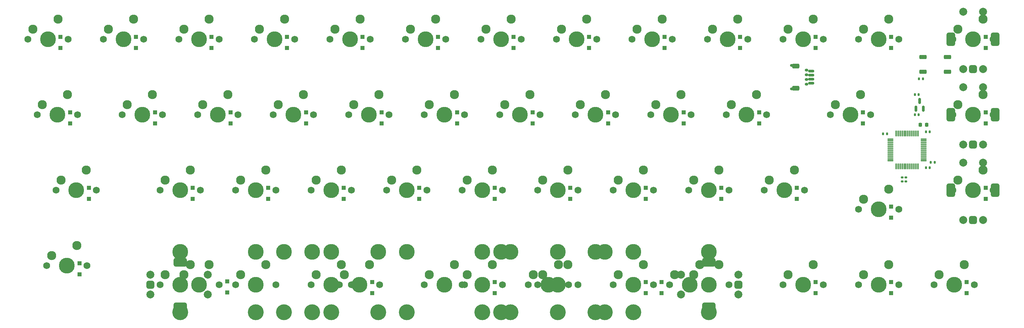
<source format=gbr>
%TF.GenerationSoftware,KiCad,Pcbnew,(7.0.0)*%
%TF.CreationDate,2023-11-25T11:40:03+01:00*%
%TF.ProjectId,Eightu,45696768-7475-42e6-9b69-6361645f7063,rev?*%
%TF.SameCoordinates,Original*%
%TF.FileFunction,Soldermask,Bot*%
%TF.FilePolarity,Negative*%
%FSLAX46Y46*%
G04 Gerber Fmt 4.6, Leading zero omitted, Abs format (unit mm)*
G04 Created by KiCad (PCBNEW (7.0.0)) date 2023-11-25 11:40:03*
%MOMM*%
%LPD*%
G01*
G04 APERTURE LIST*
G04 Aperture macros list*
%AMRoundRect*
0 Rectangle with rounded corners*
0 $1 Rounding radius*
0 $2 $3 $4 $5 $6 $7 $8 $9 X,Y pos of 4 corners*
0 Add a 4 corners polygon primitive as box body*
4,1,4,$2,$3,$4,$5,$6,$7,$8,$9,$2,$3,0*
0 Add four circle primitives for the rounded corners*
1,1,$1+$1,$2,$3*
1,1,$1+$1,$4,$5*
1,1,$1+$1,$6,$7*
1,1,$1+$1,$8,$9*
0 Add four rect primitives between the rounded corners*
20,1,$1+$1,$2,$3,$4,$5,0*
20,1,$1+$1,$4,$5,$6,$7,0*
20,1,$1+$1,$6,$7,$8,$9,0*
20,1,$1+$1,$8,$9,$2,$3,0*%
G04 Aperture macros list end*
%ADD10C,1.750000*%
%ADD11C,3.987800*%
%ADD12C,2.300000*%
%ADD13C,4.000000*%
%ADD14C,2.000000*%
%ADD15RoundRect,0.500000X-0.500000X-0.500000X0.500000X-0.500000X0.500000X0.500000X-0.500000X0.500000X0*%
%ADD16RoundRect,0.550000X-1.150000X-0.550000X1.150000X-0.550000X1.150000X0.550000X-1.150000X0.550000X0*%
%ADD17RoundRect,0.500000X0.500000X0.500000X-0.500000X0.500000X-0.500000X-0.500000X0.500000X-0.500000X0*%
%ADD18RoundRect,0.550000X1.150000X0.550000X-1.150000X0.550000X-1.150000X-0.550000X1.150000X-0.550000X0*%
%ADD19RoundRect,0.500000X0.500000X-0.500000X0.500000X0.500000X-0.500000X0.500000X-0.500000X-0.500000X0*%
%ADD20RoundRect,0.550000X0.550000X-1.150000X0.550000X1.150000X-0.550000X1.150000X-0.550000X-1.150000X0*%
%ADD21RoundRect,0.250000X0.300000X-0.300000X0.300000X0.300000X-0.300000X0.300000X-0.300000X-0.300000X0*%
%ADD22RoundRect,0.075000X0.075000X-0.662500X0.075000X0.662500X-0.075000X0.662500X-0.075000X-0.662500X0*%
%ADD23RoundRect,0.075000X0.662500X-0.075000X0.662500X0.075000X-0.662500X0.075000X-0.662500X-0.075000X0*%
%ADD24RoundRect,0.140000X0.140000X0.170000X-0.140000X0.170000X-0.140000X-0.170000X0.140000X-0.170000X0*%
%ADD25RoundRect,0.140000X-0.170000X0.140000X-0.170000X-0.140000X0.170000X-0.140000X0.170000X0.140000X0*%
%ADD26RoundRect,0.150000X0.625000X-0.150000X0.625000X0.150000X-0.625000X0.150000X-0.625000X-0.150000X0*%
%ADD27RoundRect,0.250000X0.650000X-0.350000X0.650000X0.350000X-0.650000X0.350000X-0.650000X-0.350000X0*%
%ADD28RoundRect,0.150000X0.150000X-0.587500X0.150000X0.587500X-0.150000X0.587500X-0.150000X-0.587500X0*%
%ADD29RoundRect,0.225000X-0.225000X-0.250000X0.225000X-0.250000X0.225000X0.250000X-0.225000X0.250000X0*%
%ADD30RoundRect,0.275000X0.625000X0.275000X-0.625000X0.275000X-0.625000X-0.275000X0.625000X-0.275000X0*%
%ADD31RoundRect,0.140000X-0.140000X-0.170000X0.140000X-0.170000X0.140000X0.170000X-0.140000X0.170000X0*%
%ADD32RoundRect,0.150000X0.275000X-0.150000X0.275000X0.150000X-0.275000X0.150000X-0.275000X-0.150000X0*%
%ADD33RoundRect,0.175000X0.225000X-0.175000X0.225000X0.175000X-0.225000X0.175000X-0.225000X-0.175000X0*%
%ADD34RoundRect,0.135000X0.135000X0.185000X-0.135000X0.185000X-0.135000X-0.185000X0.135000X-0.185000X0*%
G04 APERTURE END LIST*
D10*
%TO.C,MX25*%
X257651250Y-71437500D03*
D11*
X262731250Y-71437500D03*
D10*
X267811250Y-71437500D03*
D12*
X258921250Y-68897500D03*
X265271250Y-66357500D03*
%TD*%
D10*
%TO.C,MX44*%
X155257500Y-114300000D03*
D11*
X160337500Y-114300000D03*
D10*
X165417500Y-114300000D03*
D12*
X156527500Y-111760000D03*
X162877500Y-109220000D03*
%TD*%
D10*
%TO.C,MX57*%
X183832500Y-114300000D03*
D11*
X188912500Y-114300000D03*
D10*
X193992500Y-114300000D03*
D12*
X185102500Y-111760000D03*
X191452500Y-109220000D03*
%TD*%
D10*
%TO.C,MX15*%
X57626250Y-71437500D03*
D11*
X62706250Y-71437500D03*
D10*
X67786250Y-71437500D03*
D12*
X58896250Y-68897500D03*
X65246250Y-66357500D03*
%TD*%
D10*
%TO.C,MX46*%
X217170000Y-114300000D03*
D11*
X222250000Y-114300000D03*
D10*
X227330000Y-114300000D03*
D12*
X218440000Y-111760000D03*
X224790000Y-109220000D03*
%TD*%
D10*
%TO.C,MX19*%
X136207500Y-71437500D03*
D11*
X141287500Y-71437500D03*
D10*
X146367500Y-71437500D03*
D12*
X137477500Y-68897500D03*
X143827500Y-66357500D03*
%TD*%
D10*
%TO.C,MX17*%
X98107500Y-71437500D03*
D11*
X103187500Y-71437500D03*
D10*
X108267500Y-71437500D03*
D12*
X99377500Y-68897500D03*
X105727500Y-66357500D03*
%TD*%
D10*
%TO.C,MX56*%
X202882500Y-114300000D03*
D11*
X207962500Y-114300000D03*
D10*
X213042500Y-114300000D03*
D12*
X204152500Y-111760000D03*
X210502500Y-109220000D03*
%TD*%
D10*
%TO.C,MX51*%
X221932500Y-114300000D03*
D11*
X227012500Y-114300000D03*
D10*
X232092500Y-114300000D03*
D12*
X223202500Y-111760000D03*
X229552500Y-109220000D03*
%TD*%
D10*
%TO.C,MX49*%
X283845000Y-114300000D03*
D11*
X288925000Y-114300000D03*
D10*
X294005000Y-114300000D03*
D12*
X285115000Y-111760000D03*
X291465000Y-109220000D03*
%TD*%
D10*
%TO.C,MX35*%
X202882500Y-90487500D03*
D11*
X207962500Y-90487500D03*
D10*
X213042500Y-90487500D03*
D12*
X204152500Y-87947500D03*
X210502500Y-85407500D03*
%TD*%
D10*
%TO.C,MX22*%
X193357500Y-71437500D03*
D11*
X198437500Y-71437500D03*
D10*
X203517500Y-71437500D03*
D12*
X194627500Y-68897500D03*
X200977500Y-66357500D03*
%TD*%
D10*
%TO.C,MX50*%
X88582500Y-114300000D03*
D11*
X93662500Y-114300000D03*
D10*
X98742500Y-114300000D03*
D12*
X89852500Y-111760000D03*
X96202500Y-109220000D03*
%TD*%
D10*
%TO.C,MX41*%
X60007500Y-109537500D03*
D11*
X65087500Y-109537500D03*
D10*
X70167500Y-109537500D03*
D12*
X61277500Y-106997500D03*
X67627500Y-104457500D03*
%TD*%
D10*
%TO.C,MX54*%
X133826250Y-114300000D03*
D11*
X138906250Y-114300000D03*
D10*
X143986250Y-114300000D03*
D12*
X135096250Y-111760000D03*
X141446250Y-109220000D03*
%TD*%
D10*
%TO.C,MX48*%
X264795000Y-114300000D03*
D11*
X269875000Y-114300000D03*
D10*
X274955000Y-114300000D03*
D12*
X266065000Y-111760000D03*
X272415000Y-109220000D03*
%TD*%
D10*
%TO.C,MX34*%
X183832500Y-90487500D03*
D11*
X188912500Y-90487500D03*
D10*
X193992500Y-90487500D03*
D12*
X185102500Y-87947500D03*
X191452500Y-85407500D03*
%TD*%
D10*
%TO.C,MX45*%
X183832500Y-114300000D03*
D11*
X188912500Y-114300000D03*
D10*
X193992500Y-114300000D03*
D12*
X185102500Y-111760000D03*
X191452500Y-109220000D03*
%TD*%
D10*
%TO.C,MX5*%
X131445000Y-52387500D03*
D11*
X136525000Y-52387500D03*
D10*
X141605000Y-52387500D03*
D12*
X132715000Y-49847500D03*
X139065000Y-47307500D03*
%TD*%
D10*
%TO.C,MX21*%
X174307500Y-71437500D03*
D11*
X179387500Y-71437500D03*
D10*
X184467500Y-71437500D03*
D12*
X175577500Y-68897500D03*
X181927500Y-66357500D03*
%TD*%
D13*
%TO.C,S2*%
X200818750Y-121285000D03*
D11*
X200818750Y-106045000D03*
D13*
X177006250Y-121285000D03*
D11*
X177006250Y-106045000D03*
%TD*%
D10*
%TO.C,MX26*%
X288607500Y-71437500D03*
D11*
X293687500Y-71437500D03*
D10*
X298767500Y-71437500D03*
D12*
X289877500Y-68897500D03*
X296227500Y-66357500D03*
%TD*%
D10*
%TO.C,MX42*%
X93345000Y-114300000D03*
D11*
X98425000Y-114300000D03*
D10*
X103505000Y-114300000D03*
D12*
X94615000Y-111760000D03*
X100965000Y-109220000D03*
%TD*%
D13*
%TO.C,S10*%
X198437500Y-121285000D03*
D11*
X198437500Y-106045000D03*
D13*
X174625000Y-121285000D03*
D11*
X174625000Y-106045000D03*
%TD*%
D13*
%TO.C,S3*%
X227012500Y-121285000D03*
D11*
X227012500Y-106045000D03*
D13*
X112712500Y-121285000D03*
D11*
X112712500Y-106045000D03*
%TD*%
D10*
%TO.C,MX12*%
X264795000Y-52387500D03*
D11*
X269875000Y-52387500D03*
D10*
X274955000Y-52387500D03*
D12*
X266065000Y-49847500D03*
X272415000Y-47307500D03*
%TD*%
D10*
%TO.C,MX36*%
X221932500Y-90487500D03*
D11*
X227012500Y-90487500D03*
D10*
X232092500Y-90487500D03*
D12*
X223202500Y-87947500D03*
X229552500Y-85407500D03*
%TD*%
D10*
%TO.C,MX8*%
X188595000Y-52387500D03*
D11*
X193675000Y-52387500D03*
D10*
X198755000Y-52387500D03*
D12*
X189865000Y-49847500D03*
X196215000Y-47307500D03*
%TD*%
D10*
%TO.C,MX52*%
X107632500Y-114300000D03*
D11*
X112712500Y-114300000D03*
D10*
X117792500Y-114300000D03*
D12*
X108902500Y-111760000D03*
X115252500Y-109220000D03*
%TD*%
D10*
%TO.C,MX58*%
X181451250Y-114300000D03*
D11*
X186531250Y-114300000D03*
D10*
X191611250Y-114300000D03*
D12*
X182721250Y-111760000D03*
X189071250Y-109220000D03*
%TD*%
D13*
%TO.C,S7*%
X150812500Y-121285000D03*
D11*
X150812500Y-106045000D03*
D13*
X112712500Y-121285000D03*
D11*
X112712500Y-106045000D03*
%TD*%
D13*
%TO.C,S1*%
X143668750Y-121285000D03*
D11*
X143668750Y-106045000D03*
D13*
X119856250Y-121285000D03*
D11*
X119856250Y-106045000D03*
%TD*%
D10*
%TO.C,MX31*%
X126682500Y-90487500D03*
D11*
X131762500Y-90487500D03*
D10*
X136842500Y-90487500D03*
D12*
X127952500Y-87947500D03*
X134302500Y-85407500D03*
%TD*%
D10*
%TO.C,MX38*%
X264795000Y-95250000D03*
D11*
X269875000Y-95250000D03*
D10*
X274955000Y-95250000D03*
D12*
X266065000Y-92710000D03*
X272415000Y-90170000D03*
%TD*%
D10*
%TO.C,MX53*%
X126682500Y-114300000D03*
D11*
X131762500Y-114300000D03*
D10*
X136842500Y-114300000D03*
D12*
X127952500Y-111760000D03*
X134302500Y-109220000D03*
%TD*%
D10*
%TO.C,MX18*%
X117157500Y-71437500D03*
D11*
X122237500Y-71437500D03*
D10*
X127317500Y-71437500D03*
D12*
X118427500Y-68897500D03*
X124777500Y-66357500D03*
%TD*%
D10*
%TO.C,MX32*%
X145732500Y-90487500D03*
D11*
X150812500Y-90487500D03*
D10*
X155892500Y-90487500D03*
D12*
X147002500Y-87947500D03*
X153352500Y-85407500D03*
%TD*%
D14*
%TO.C,SW4*%
X86162500Y-111800000D03*
X86162500Y-116800000D03*
D15*
X86162500Y-114300000D03*
D16*
X93662500Y-108700000D03*
X93662500Y-119900000D03*
D14*
X100662500Y-116800000D03*
X100662500Y-111800000D03*
%TD*%
D10*
%TO.C,MX29*%
X88582500Y-90487500D03*
D11*
X93662500Y-90487500D03*
D10*
X98742500Y-90487500D03*
D12*
X89852500Y-87947500D03*
X96202500Y-85407500D03*
%TD*%
D10*
%TO.C,MX6*%
X150495000Y-52387500D03*
D11*
X155575000Y-52387500D03*
D10*
X160655000Y-52387500D03*
D12*
X151765000Y-49847500D03*
X158115000Y-47307500D03*
%TD*%
D10*
%TO.C,MX30*%
X107632500Y-90487500D03*
D11*
X112712500Y-90487500D03*
D10*
X117792500Y-90487500D03*
D12*
X108902500Y-87947500D03*
X115252500Y-85407500D03*
%TD*%
D10*
%TO.C,MX1*%
X55245000Y-52387500D03*
D11*
X60325000Y-52387500D03*
D10*
X65405000Y-52387500D03*
D12*
X56515000Y-49847500D03*
X62865000Y-47307500D03*
%TD*%
D10*
%TO.C,MX43*%
X126682500Y-114300000D03*
D11*
X131762500Y-114300000D03*
D10*
X136842500Y-114300000D03*
D12*
X127952500Y-111760000D03*
X134302500Y-109220000D03*
%TD*%
D10*
%TO.C,MX7*%
X169545000Y-52387500D03*
D11*
X174625000Y-52387500D03*
D10*
X179705000Y-52387500D03*
D12*
X170815000Y-49847500D03*
X177165000Y-47307500D03*
%TD*%
D10*
%TO.C,MX39*%
X288607500Y-90487500D03*
D11*
X293687500Y-90487500D03*
D10*
X298767500Y-90487500D03*
D12*
X289877500Y-87947500D03*
X296227500Y-85407500D03*
%TD*%
D10*
%TO.C,MX28*%
X62388750Y-90487500D03*
D11*
X67468750Y-90487500D03*
D10*
X72548750Y-90487500D03*
D12*
X63658750Y-87947500D03*
X70008750Y-85407500D03*
%TD*%
D13*
%TO.C,S5*%
X188912500Y-121285000D03*
D11*
X188912500Y-106045000D03*
D13*
X131762500Y-121285000D03*
D11*
X131762500Y-106045000D03*
%TD*%
D13*
%TO.C,S4*%
X207962500Y-121285000D03*
D11*
X207962500Y-106045000D03*
D13*
X112712500Y-121285000D03*
D11*
X112712500Y-106045000D03*
%TD*%
D10*
%TO.C,MX37*%
X240982500Y-90487500D03*
D11*
X246062500Y-90487500D03*
D10*
X251142500Y-90487500D03*
D12*
X242252500Y-87947500D03*
X248602500Y-85407500D03*
%TD*%
D14*
%TO.C,SW5*%
X234512500Y-116800000D03*
X234512500Y-111800000D03*
D17*
X234512500Y-114300000D03*
D18*
X227012500Y-119900000D03*
X227012500Y-108700000D03*
D14*
X220012500Y-111800000D03*
X220012500Y-116800000D03*
%TD*%
D10*
%TO.C,MX47*%
X245745000Y-114300000D03*
D11*
X250825000Y-114300000D03*
D10*
X255905000Y-114300000D03*
D12*
X247015000Y-111760000D03*
X253365000Y-109220000D03*
%TD*%
D10*
%TO.C,MX20*%
X155257500Y-71437500D03*
D11*
X160337500Y-71437500D03*
D10*
X165417500Y-71437500D03*
D12*
X156527500Y-68897500D03*
X162877500Y-66357500D03*
%TD*%
D10*
%TO.C,MX16*%
X79057500Y-71437500D03*
D11*
X84137500Y-71437500D03*
D10*
X89217500Y-71437500D03*
D12*
X80327500Y-68897500D03*
X86677500Y-66357500D03*
%TD*%
D10*
%TO.C,MX11*%
X245745000Y-52387500D03*
D11*
X250825000Y-52387500D03*
D10*
X255905000Y-52387500D03*
D12*
X247015000Y-49847500D03*
X253365000Y-47307500D03*
%TD*%
D10*
%TO.C,MX3*%
X93345000Y-52387500D03*
D11*
X98425000Y-52387500D03*
D10*
X103505000Y-52387500D03*
D12*
X94615000Y-49847500D03*
X100965000Y-47307500D03*
%TD*%
D13*
%TO.C,S8*%
X207962500Y-121285000D03*
D11*
X207962500Y-106045000D03*
D13*
X169862500Y-121285000D03*
D11*
X169862500Y-106045000D03*
%TD*%
D13*
%TO.C,S9*%
X150812500Y-121285000D03*
D11*
X150812500Y-106045000D03*
D13*
X127000000Y-121285000D03*
D11*
X127000000Y-106045000D03*
%TD*%
D10*
%TO.C,MX33*%
X164782500Y-90487500D03*
D11*
X169862500Y-90487500D03*
D10*
X174942500Y-90487500D03*
D12*
X166052500Y-87947500D03*
X172402500Y-85407500D03*
%TD*%
D14*
%TO.C,SW2*%
X291187500Y-78937500D03*
X296187500Y-78937500D03*
D19*
X293687500Y-78937500D03*
D20*
X288087500Y-71437500D03*
X299287500Y-71437500D03*
D14*
X296187500Y-64437500D03*
X291187500Y-64437500D03*
%TD*%
%TO.C,SW3*%
X291187500Y-97987500D03*
X296187500Y-97987500D03*
D19*
X293687500Y-97987500D03*
D20*
X288087500Y-90487500D03*
X299287500Y-90487500D03*
D14*
X296187500Y-83487500D03*
X291187500Y-83487500D03*
%TD*%
D10*
%TO.C,MX23*%
X212407500Y-71437500D03*
D11*
X217487500Y-71437500D03*
D10*
X222567500Y-71437500D03*
D12*
X213677500Y-68897500D03*
X220027500Y-66357500D03*
%TD*%
D13*
%TO.C,S6*%
X227012500Y-121285000D03*
D11*
X227012500Y-106045000D03*
D13*
X93662500Y-121285000D03*
D11*
X93662500Y-106045000D03*
%TD*%
D10*
%TO.C,MX10*%
X226695000Y-52387500D03*
D11*
X231775000Y-52387500D03*
D10*
X236855000Y-52387500D03*
D12*
X227965000Y-49847500D03*
X234315000Y-47307500D03*
%TD*%
D14*
%TO.C,SW1*%
X291187500Y-59887500D03*
X296187500Y-59887500D03*
D19*
X293687500Y-59887500D03*
D20*
X288087500Y-52387500D03*
X299287500Y-52387500D03*
D14*
X296187500Y-45387500D03*
X291187500Y-45387500D03*
%TD*%
D10*
%TO.C,MX4*%
X112395000Y-52387500D03*
D11*
X117475000Y-52387500D03*
D10*
X122555000Y-52387500D03*
D12*
X113665000Y-49847500D03*
X120015000Y-47307500D03*
%TD*%
D10*
%TO.C,MX9*%
X207645000Y-52387500D03*
D11*
X212725000Y-52387500D03*
D10*
X217805000Y-52387500D03*
D12*
X208915000Y-49847500D03*
X215265000Y-47307500D03*
%TD*%
D10*
%TO.C,MX13*%
X288607500Y-52387500D03*
D11*
X293687500Y-52387500D03*
D10*
X298767500Y-52387500D03*
D12*
X289877500Y-49847500D03*
X296227500Y-47307500D03*
%TD*%
D10*
%TO.C,MX24*%
X231457500Y-71437500D03*
D11*
X236537500Y-71437500D03*
D10*
X241617500Y-71437500D03*
D12*
X232727500Y-68897500D03*
X239077500Y-66357500D03*
%TD*%
D10*
%TO.C,MX55*%
X164782500Y-114300000D03*
D11*
X169862500Y-114300000D03*
D10*
X174942500Y-114300000D03*
D12*
X166052500Y-111760000D03*
X172402500Y-109220000D03*
%TD*%
D10*
%TO.C,MX2*%
X74295000Y-52387500D03*
D11*
X79375000Y-52387500D03*
D10*
X84455000Y-52387500D03*
D12*
X75565000Y-49847500D03*
X81915000Y-47307500D03*
%TD*%
D21*
%TO.C,D23*%
X220662500Y-73631250D03*
X220662500Y-70831250D03*
%TD*%
D22*
%TO.C,U1*%
X279768750Y-84462500D03*
X279268750Y-84462500D03*
X278768750Y-84462500D03*
X278268750Y-84462500D03*
X277768750Y-84462500D03*
X277268750Y-84462500D03*
X276768750Y-84462500D03*
X276268750Y-84462500D03*
X275768750Y-84462500D03*
X275268750Y-84462500D03*
X274768750Y-84462500D03*
X274268750Y-84462500D03*
D23*
X272856250Y-83050000D03*
X272856250Y-82550000D03*
X272856250Y-82050000D03*
X272856250Y-81550000D03*
X272856250Y-81050000D03*
X272856250Y-80550000D03*
X272856250Y-80050000D03*
X272856250Y-79550000D03*
X272856250Y-79050000D03*
X272856250Y-78550000D03*
X272856250Y-78050000D03*
X272856250Y-77550000D03*
D22*
X274268750Y-76137500D03*
X274768750Y-76137500D03*
X275268750Y-76137500D03*
X275768750Y-76137500D03*
X276268750Y-76137500D03*
X276768750Y-76137500D03*
X277268750Y-76137500D03*
X277768750Y-76137500D03*
X278268750Y-76137500D03*
X278768750Y-76137500D03*
X279268750Y-76137500D03*
X279768750Y-76137500D03*
D23*
X281181250Y-77550000D03*
X281181250Y-78050000D03*
X281181250Y-78550000D03*
X281181250Y-79050000D03*
X281181250Y-79550000D03*
X281181250Y-80050000D03*
X281181250Y-80550000D03*
X281181250Y-81050000D03*
X281181250Y-81550000D03*
X281181250Y-82050000D03*
X281181250Y-82550000D03*
X281181250Y-83050000D03*
%TD*%
D24*
%TO.C,C3*%
X271962500Y-76200000D03*
X271002500Y-76200000D03*
%TD*%
D21*
%TO.C,D29*%
X96837500Y-92681250D03*
X96837500Y-89881250D03*
%TD*%
%TO.C,D5*%
X139700000Y-54581250D03*
X139700000Y-51781250D03*
%TD*%
D25*
%TO.C,C7*%
X276765057Y-87278459D03*
X276765057Y-88238459D03*
%TD*%
D21*
%TO.C,D32*%
X153987500Y-92681250D03*
X153987500Y-89881250D03*
%TD*%
%TO.C,D1*%
X63500000Y-54581250D03*
X63500000Y-51781250D03*
%TD*%
%TO.C,D4*%
X120650000Y-54581250D03*
X120650000Y-51781250D03*
%TD*%
%TO.C,D15*%
X65881250Y-73631250D03*
X65881250Y-70831250D03*
%TD*%
%TO.C,D12*%
X273050000Y-54581250D03*
X273050000Y-51781250D03*
%TD*%
%TO.C,D31*%
X134937500Y-92681250D03*
X134937500Y-89881250D03*
%TD*%
D26*
%TO.C,J1*%
X252825000Y-63412500D03*
X252825000Y-62412500D03*
X252825000Y-61412500D03*
X252825000Y-60412500D03*
D27*
X248950000Y-64712500D03*
X248950000Y-59112500D03*
%TD*%
D21*
%TO.C,D9*%
X215900000Y-54581250D03*
X215900000Y-51781250D03*
%TD*%
%TO.C,D44*%
X173037500Y-116493750D03*
X173037500Y-113693750D03*
%TD*%
%TO.C,D7*%
X177800000Y-54581250D03*
X177800000Y-51781250D03*
%TD*%
%TO.C,D36*%
X230187500Y-92681250D03*
X230187500Y-89881250D03*
%TD*%
%TO.C,D26*%
X296862500Y-73631250D03*
X296862500Y-70831250D03*
%TD*%
D24*
%TO.C,C9*%
X279990000Y-71437500D03*
X279030000Y-71437500D03*
%TD*%
D21*
%TO.C,D47*%
X254000000Y-116493750D03*
X254000000Y-113693750D03*
%TD*%
D28*
%TO.C,U2*%
X281143750Y-69850000D03*
X279243750Y-69850000D03*
X280193750Y-67975000D03*
%TD*%
D21*
%TO.C,D17*%
X106362500Y-73631250D03*
X106362500Y-70831250D03*
%TD*%
%TO.C,D45*%
X211137500Y-116493750D03*
X211137500Y-113693750D03*
%TD*%
%TO.C,D37*%
X249237500Y-92681250D03*
X249237500Y-89881250D03*
%TD*%
%TO.C,D43*%
X142081250Y-116493750D03*
X142081250Y-113693750D03*
%TD*%
%TO.C,D33*%
X173037500Y-92681250D03*
X173037500Y-89881250D03*
%TD*%
D29*
%TO.C,C6*%
X280412500Y-73950000D03*
X281962500Y-73950000D03*
%TD*%
D30*
%TO.C,SW6*%
X287262500Y-56887500D03*
X281062500Y-56887500D03*
X287262500Y-60587500D03*
X281062500Y-60587500D03*
%TD*%
D21*
%TO.C,D30*%
X115887500Y-92681250D03*
X115887500Y-89881250D03*
%TD*%
%TO.C,D20*%
X163512500Y-73631250D03*
X163512500Y-70831250D03*
%TD*%
%TO.C,D2*%
X82550000Y-54581250D03*
X82550000Y-51781250D03*
%TD*%
%TO.C,D3*%
X101600000Y-54581250D03*
X101600000Y-51781250D03*
%TD*%
%TO.C,D21*%
X182562500Y-73631250D03*
X182562500Y-70831250D03*
%TD*%
D24*
%TO.C,C8*%
X279990000Y-66315654D03*
X279030000Y-66315654D03*
%TD*%
D31*
%TO.C,C5*%
X283036827Y-83475000D03*
X283996827Y-83475000D03*
%TD*%
D25*
%TO.C,C2*%
X275768435Y-87277500D03*
X275768435Y-88237500D03*
%TD*%
D21*
%TO.C,D49*%
X292100000Y-116493750D03*
X292100000Y-113693750D03*
%TD*%
D32*
%TO.C,J2*%
X251685197Y-63712500D03*
X251685197Y-62512500D03*
X251685197Y-61312500D03*
X251685197Y-60112500D03*
D33*
X247910197Y-64862500D03*
X247910197Y-58962500D03*
%TD*%
D21*
%TO.C,D6*%
X158750000Y-54581250D03*
X158750000Y-51781250D03*
%TD*%
D34*
%TO.C,R1*%
X281019995Y-62376265D03*
X279999995Y-62376265D03*
%TD*%
D31*
%TO.C,C4*%
X281791298Y-75737500D03*
X282751298Y-75737500D03*
%TD*%
%TO.C,C1*%
X281791298Y-84761185D03*
X282751298Y-84761185D03*
%TD*%
D21*
%TO.C,D42*%
X105568750Y-116306250D03*
X105568750Y-113506250D03*
%TD*%
%TO.C,D8*%
X196850000Y-54581250D03*
X196850000Y-51781250D03*
%TD*%
%TO.C,D25*%
X265906250Y-73631250D03*
X265906250Y-70831250D03*
%TD*%
%TO.C,D48*%
X273050000Y-116493750D03*
X273050000Y-113693750D03*
%TD*%
%TO.C,D19*%
X144462500Y-73631250D03*
X144462500Y-70831250D03*
%TD*%
%TO.C,D16*%
X87312500Y-73631250D03*
X87312500Y-70831250D03*
%TD*%
%TO.C,D24*%
X239712500Y-73631250D03*
X239712500Y-70831250D03*
%TD*%
%TO.C,D38*%
X273050000Y-97443750D03*
X273050000Y-94643750D03*
%TD*%
%TO.C,D46*%
X215106250Y-116493750D03*
X215106250Y-113693750D03*
%TD*%
%TO.C,D13*%
X296862500Y-54581250D03*
X296862500Y-51781250D03*
%TD*%
%TO.C,D35*%
X211137500Y-92681250D03*
X211137500Y-89881250D03*
%TD*%
%TO.C,D41*%
X68262500Y-111731250D03*
X68262500Y-108931250D03*
%TD*%
%TO.C,D34*%
X192087500Y-92681250D03*
X192087500Y-89881250D03*
%TD*%
%TO.C,D28*%
X70643750Y-92681250D03*
X70643750Y-89881250D03*
%TD*%
%TO.C,D10*%
X234950000Y-54581250D03*
X234950000Y-51781250D03*
%TD*%
%TO.C,D18*%
X125412500Y-73631250D03*
X125412500Y-70831250D03*
%TD*%
%TO.C,D11*%
X254000000Y-54581250D03*
X254000000Y-51781250D03*
%TD*%
%TO.C,D22*%
X201612500Y-73631250D03*
X201612500Y-70831250D03*
%TD*%
%TO.C,D39*%
X296862500Y-92681250D03*
X296862500Y-89881250D03*
%TD*%
M02*

</source>
